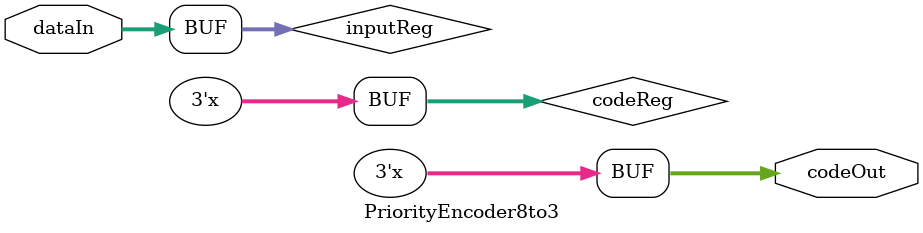
<source format=v>



module PriorityEncoder8to3(input [7:0] dataIn, output [2:0] codeOut);
  reg [7:0] inputReg;
  reg [2:0] codeReg;

  always @(dataIn) begin
    inputReg <= dataIn;
    case (inputReg)
      8'b00000001: codeReg <= 3'b000;
      8'b0000001X: codeReg <= 3'b001;
      8'b000001XX: codeReg <= 3'b010;
      8'b00001XXX: codeReg <= 3'b011;
      8'b0001XXXX: codeReg <= 3'b100;
      8'b001XXXXX: codeReg <= 3'b101;
      8'b01XXXXXX: codeReg <= 3'b110;
      8'b1XXXXXXX: codeReg <= 3'b111;
      default: codeReg <= 3'bxxx;
    endcase
  end
  assign codeOut = codeReg;
endmodule
</source>
